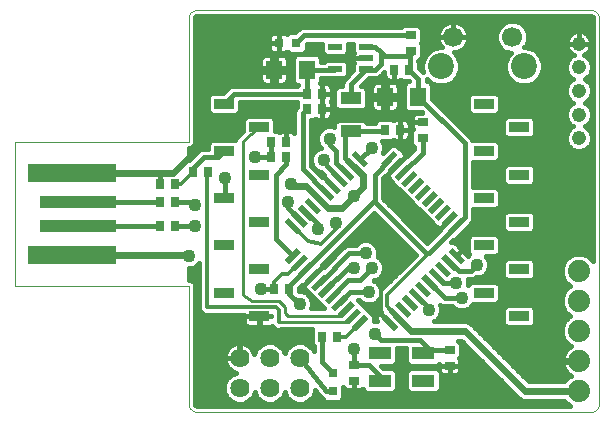
<source format=gtl>
G75*
G70*
%OFA0B0*%
%FSLAX24Y24*%
%IPPOS*%
%LPD*%
%AMOC8*
5,1,8,0,0,1.08239X$1,22.5*
%
%ADD10C,0.0000*%
%ADD11R,0.0276X0.0354*%
%ADD12R,0.0551X0.0630*%
%ADD13R,0.0354X0.0276*%
%ADD14R,0.0315X0.0315*%
%ADD15R,0.0591X0.0197*%
%ADD16R,0.0197X0.0591*%
%ADD17R,0.0748X0.0433*%
%ADD18R,0.0709X0.0394*%
%ADD19R,0.0472X0.0217*%
%ADD20R,0.2953X0.0591*%
%ADD21R,0.2559X0.0394*%
%ADD22R,0.0669X0.0335*%
%ADD23C,0.0640*%
%ADD24C,0.0740*%
%ADD25C,0.0476*%
%ADD26C,0.0866*%
%ADD27C,0.0669*%
%ADD28C,0.0240*%
%ADD29C,0.0160*%
%ADD30C,0.0436*%
%ADD31C,0.0120*%
%ADD32C,0.0100*%
D10*
X005900Y000483D02*
X005900Y004401D01*
X000100Y004401D01*
X000100Y009201D01*
X005900Y009201D01*
X005900Y013317D01*
X005902Y013348D01*
X005907Y013379D01*
X005916Y013409D01*
X005928Y013438D01*
X005943Y013466D01*
X005961Y013492D01*
X005982Y013515D01*
X006005Y013536D01*
X006031Y013554D01*
X006059Y013569D01*
X006088Y013581D01*
X006118Y013590D01*
X006149Y013595D01*
X006180Y013597D01*
X019311Y013597D01*
X019342Y013595D01*
X019373Y013589D01*
X019403Y013580D01*
X019432Y013567D01*
X019459Y013551D01*
X019483Y013532D01*
X019506Y013509D01*
X019525Y013485D01*
X019541Y013458D01*
X019554Y013429D01*
X019563Y013399D01*
X019569Y013368D01*
X019571Y013337D01*
X019570Y013337D02*
X019570Y000463D01*
X019571Y000463D02*
X019569Y000431D01*
X019563Y000400D01*
X019554Y000370D01*
X019541Y000341D01*
X019524Y000314D01*
X019505Y000289D01*
X019482Y000266D01*
X019457Y000247D01*
X019430Y000230D01*
X019401Y000217D01*
X019371Y000208D01*
X019340Y000202D01*
X019308Y000200D01*
X019308Y000201D02*
X006183Y000201D01*
X006183Y000200D02*
X006151Y000202D01*
X006120Y000207D01*
X006090Y000216D01*
X006060Y000228D01*
X006032Y000243D01*
X006007Y000262D01*
X005983Y000283D01*
X005962Y000307D01*
X005943Y000332D01*
X005928Y000360D01*
X005916Y000390D01*
X005907Y000420D01*
X005902Y000451D01*
X005900Y000483D01*
D11*
X010344Y002701D03*
X010856Y002701D03*
X009256Y004301D03*
X008744Y004301D03*
X005456Y006401D03*
X004944Y006401D03*
X004944Y007201D03*
X005456Y007201D03*
X005456Y007801D03*
X004944Y007801D03*
X006044Y008201D03*
X006556Y008201D03*
X008644Y008701D03*
X009156Y008701D03*
X009156Y009201D03*
X008644Y009201D03*
X009844Y010301D03*
X010356Y010301D03*
X010356Y010801D03*
X009844Y010801D03*
X012444Y009601D03*
X012956Y009601D03*
X012744Y011601D03*
X013256Y011601D03*
D12*
X013551Y010701D03*
X012449Y010701D03*
X009851Y011601D03*
X008749Y011601D03*
D13*
X013300Y012245D03*
X013300Y012757D03*
X013700Y009857D03*
X013700Y009345D03*
X014600Y002257D03*
X014600Y001745D03*
X011400Y001757D03*
X011400Y001245D03*
D14*
X010700Y001496D03*
X010700Y000905D03*
X009495Y012501D03*
X008905Y012501D03*
D15*
G36*
X011733Y008351D02*
X011316Y008766D01*
X011455Y008905D01*
X011872Y008490D01*
X011733Y008351D01*
G37*
G36*
X011511Y008128D02*
X011094Y008543D01*
X011233Y008682D01*
X011650Y008267D01*
X011511Y008128D01*
G37*
G36*
X011288Y007905D02*
X010871Y008320D01*
X011010Y008459D01*
X011427Y008044D01*
X011288Y007905D01*
G37*
G36*
X011066Y007682D02*
X010649Y008097D01*
X010788Y008236D01*
X011205Y007821D01*
X011066Y007682D01*
G37*
G36*
X010844Y007459D02*
X010427Y007874D01*
X010566Y008013D01*
X010983Y007598D01*
X010844Y007459D01*
G37*
G36*
X010622Y007235D02*
X010205Y007650D01*
X010344Y007789D01*
X010761Y007374D01*
X010622Y007235D01*
G37*
G36*
X010399Y007012D02*
X009982Y007427D01*
X010121Y007566D01*
X010538Y007151D01*
X010399Y007012D01*
G37*
G36*
X010177Y006789D02*
X009760Y007204D01*
X009899Y007343D01*
X010316Y006928D01*
X010177Y006789D01*
G37*
G36*
X009955Y006566D02*
X009538Y006981D01*
X009677Y007120D01*
X010094Y006705D01*
X009955Y006566D01*
G37*
G36*
X009732Y006343D02*
X009315Y006758D01*
X009454Y006897D01*
X009871Y006482D01*
X009732Y006343D01*
G37*
G36*
X009510Y006120D02*
X009093Y006535D01*
X009232Y006674D01*
X009649Y006259D01*
X009510Y006120D01*
G37*
G36*
X013190Y003342D02*
X012773Y003757D01*
X012912Y003896D01*
X013329Y003481D01*
X013190Y003342D01*
G37*
G36*
X012967Y003119D02*
X012550Y003534D01*
X012689Y003673D01*
X013106Y003258D01*
X012967Y003119D01*
G37*
G36*
X012745Y002896D02*
X012328Y003311D01*
X012467Y003450D01*
X012884Y003035D01*
X012745Y002896D01*
G37*
G36*
X013412Y003566D02*
X012995Y003981D01*
X013134Y004120D01*
X013551Y003705D01*
X013412Y003566D01*
G37*
G36*
X013634Y003789D02*
X013217Y004204D01*
X013356Y004343D01*
X013773Y003928D01*
X013634Y003789D01*
G37*
G36*
X013856Y004012D02*
X013439Y004427D01*
X013578Y004566D01*
X013995Y004151D01*
X013856Y004012D01*
G37*
G36*
X014079Y004235D02*
X013662Y004650D01*
X013801Y004789D01*
X014218Y004374D01*
X014079Y004235D01*
G37*
G36*
X014301Y004458D02*
X013884Y004873D01*
X014023Y005012D01*
X014440Y004597D01*
X014301Y004458D01*
G37*
G36*
X014523Y004681D02*
X014106Y005096D01*
X014245Y005235D01*
X014662Y004820D01*
X014523Y004681D01*
G37*
G36*
X014746Y004904D02*
X014329Y005319D01*
X014468Y005458D01*
X014885Y005043D01*
X014746Y004904D01*
G37*
G36*
X014968Y005127D02*
X014551Y005542D01*
X014690Y005681D01*
X015107Y005266D01*
X014968Y005127D01*
G37*
D16*
G36*
X014689Y006128D02*
X014550Y006267D01*
X014965Y006684D01*
X015104Y006545D01*
X014689Y006128D01*
G37*
G36*
X014466Y006351D02*
X014327Y006490D01*
X014742Y006907D01*
X014881Y006768D01*
X014466Y006351D01*
G37*
G36*
X014243Y006573D02*
X014104Y006712D01*
X014519Y007129D01*
X014658Y006990D01*
X014243Y006573D01*
G37*
G36*
X014020Y006795D02*
X013881Y006934D01*
X014296Y007351D01*
X014435Y007212D01*
X014020Y006795D01*
G37*
G36*
X013797Y007018D02*
X013658Y007157D01*
X014073Y007574D01*
X014212Y007435D01*
X013797Y007018D01*
G37*
G36*
X013574Y007240D02*
X013435Y007379D01*
X013850Y007796D01*
X013989Y007657D01*
X013574Y007240D01*
G37*
G36*
X013351Y007462D02*
X013212Y007601D01*
X013627Y008018D01*
X013766Y007879D01*
X013351Y007462D01*
G37*
G36*
X013128Y007685D02*
X012989Y007824D01*
X013404Y008241D01*
X013543Y008102D01*
X013128Y007685D01*
G37*
G36*
X012905Y007907D02*
X012766Y008046D01*
X013181Y008463D01*
X013320Y008324D01*
X012905Y007907D01*
G37*
G36*
X012681Y008129D02*
X012542Y008268D01*
X012957Y008685D01*
X013096Y008546D01*
X012681Y008129D01*
G37*
G36*
X012458Y008352D02*
X012319Y008491D01*
X012734Y008908D01*
X012873Y008769D01*
X012458Y008352D01*
G37*
G36*
X009235Y005117D02*
X009096Y005256D01*
X009511Y005673D01*
X009650Y005534D01*
X009235Y005117D01*
G37*
G36*
X009458Y004894D02*
X009319Y005033D01*
X009734Y005450D01*
X009873Y005311D01*
X009458Y004894D01*
G37*
G36*
X009681Y004672D02*
X009542Y004811D01*
X009957Y005228D01*
X010096Y005089D01*
X009681Y004672D01*
G37*
G36*
X009904Y004450D02*
X009765Y004589D01*
X010180Y005006D01*
X010319Y004867D01*
X009904Y004450D01*
G37*
G36*
X010127Y004227D02*
X009988Y004366D01*
X010403Y004783D01*
X010542Y004644D01*
X010127Y004227D01*
G37*
G36*
X010350Y004005D02*
X010211Y004144D01*
X010626Y004561D01*
X010765Y004422D01*
X010350Y004005D01*
G37*
G36*
X010573Y003783D02*
X010434Y003922D01*
X010849Y004339D01*
X010988Y004200D01*
X010573Y003783D01*
G37*
G36*
X010796Y003561D02*
X010657Y003700D01*
X011072Y004117D01*
X011211Y003978D01*
X010796Y003561D01*
G37*
G36*
X011019Y003338D02*
X010880Y003477D01*
X011295Y003894D01*
X011434Y003755D01*
X011019Y003338D01*
G37*
G36*
X011243Y003116D02*
X011104Y003255D01*
X011519Y003672D01*
X011658Y003533D01*
X011243Y003116D01*
G37*
G36*
X011466Y002894D02*
X011327Y003033D01*
X011742Y003450D01*
X011881Y003311D01*
X011466Y002894D01*
G37*
D17*
X012272Y002153D03*
X012272Y001248D03*
X013728Y001248D03*
X013728Y002153D03*
D18*
X011300Y009549D03*
X011300Y010652D03*
D19*
X010788Y011627D03*
X010788Y012375D03*
X011812Y012375D03*
X011812Y012001D03*
X011812Y011627D03*
D20*
X002021Y008179D03*
X002021Y005423D03*
D21*
X002218Y006407D03*
X002218Y007194D03*
D22*
X007079Y007325D03*
X008260Y006538D03*
X007079Y005750D03*
X008260Y004963D03*
X007079Y004175D03*
X008260Y003388D03*
X008260Y008112D03*
X007079Y008900D03*
X008260Y009687D03*
X007079Y010475D03*
X015740Y010475D03*
X016921Y009687D03*
X015740Y008900D03*
X016921Y008112D03*
X015740Y007325D03*
X016921Y006538D03*
X015740Y005750D03*
X016921Y004963D03*
X015740Y004175D03*
X016921Y003388D03*
D23*
X009600Y002001D03*
X008600Y002001D03*
X007600Y002001D03*
X007600Y001001D03*
X008600Y001001D03*
X009600Y001001D03*
D24*
X018900Y000901D03*
X018900Y001901D03*
X018900Y002901D03*
X018900Y003901D03*
X018900Y004901D03*
D25*
X018906Y009326D03*
X018906Y010113D03*
X018906Y010901D03*
X018906Y011688D03*
X018906Y012475D03*
D26*
X017078Y011716D03*
X014322Y011716D03*
D27*
X014716Y012701D03*
X016684Y012701D03*
D28*
X011700Y008101D02*
X011396Y008405D01*
X011372Y008405D01*
X011700Y008101D02*
X011700Y007701D01*
X011400Y007401D01*
X011000Y007001D01*
X010549Y007001D01*
X010260Y007289D01*
X009805Y007745D01*
X009356Y007745D01*
X009300Y007801D01*
X007100Y009901D02*
X005378Y008179D01*
X004800Y008179D01*
X002021Y008179D01*
X002021Y005423D02*
X005822Y005423D01*
X005900Y005401D01*
X012828Y003396D02*
X013324Y002901D01*
X015100Y002901D01*
X017100Y000901D01*
X018900Y000901D01*
D29*
X018442Y001249D02*
X017205Y001249D01*
X017233Y001221D02*
X015371Y003082D01*
X015281Y003172D01*
X015164Y003221D01*
X014075Y003221D01*
X014137Y003246D01*
X014254Y003364D01*
X014318Y003517D01*
X014318Y003684D01*
X014280Y003776D01*
X014292Y003763D01*
X014395Y003721D01*
X014689Y003721D01*
X014763Y003646D01*
X014917Y003583D01*
X015083Y003583D01*
X015237Y003646D01*
X015354Y003764D01*
X015373Y003808D01*
X016158Y003808D01*
X016275Y003925D01*
X016275Y004426D01*
X016158Y004543D01*
X015323Y004543D01*
X015218Y004438D01*
X015218Y004584D01*
X015203Y004621D01*
X015356Y004621D01*
X015459Y004663D01*
X015478Y004683D01*
X015583Y004683D01*
X015737Y004746D01*
X015854Y004864D01*
X015918Y005017D01*
X015918Y005184D01*
X015854Y005337D01*
X015809Y005383D01*
X016158Y005383D01*
X016275Y005500D01*
X016275Y006000D01*
X016158Y006118D01*
X015323Y006118D01*
X015206Y006000D01*
X015206Y005500D01*
X015257Y005449D01*
X015218Y005410D01*
X015026Y005602D01*
X014800Y005827D01*
X014759Y005850D01*
X014713Y005862D01*
X014665Y005862D01*
X014655Y005860D01*
X014723Y005928D01*
X014772Y005928D01*
X015306Y006464D01*
X015306Y006510D01*
X015337Y006542D01*
X015380Y006645D01*
X015380Y006958D01*
X016158Y006958D01*
X016275Y007075D01*
X016275Y007575D01*
X016158Y007692D01*
X015380Y007692D01*
X015380Y008533D01*
X016158Y008533D01*
X016275Y008650D01*
X016275Y009150D01*
X016158Y009267D01*
X015355Y009267D01*
X015337Y009310D01*
X015259Y009389D01*
X014027Y010621D01*
X014027Y011098D01*
X013910Y011216D01*
X013831Y011216D01*
X013831Y011312D01*
X013963Y011180D01*
X014196Y011083D01*
X014448Y011083D01*
X014681Y011180D01*
X014859Y011358D01*
X014955Y011590D01*
X014955Y011842D01*
X014859Y012075D01*
X014748Y012186D01*
X014756Y012186D01*
X014836Y012199D01*
X014913Y012224D01*
X014985Y012260D01*
X015051Y012308D01*
X015108Y012365D01*
X015156Y012431D01*
X015193Y012503D01*
X015218Y012580D01*
X015230Y012660D01*
X015230Y012701D01*
X015230Y012741D01*
X015218Y012821D01*
X015193Y012898D01*
X015156Y012970D01*
X015108Y013036D01*
X015051Y013093D01*
X014985Y013141D01*
X014913Y013178D01*
X014836Y013203D01*
X014756Y013215D01*
X014716Y013215D01*
X014716Y012701D01*
X014716Y012701D01*
X015230Y012701D01*
X014716Y012701D01*
X014716Y012701D01*
X014716Y013215D01*
X014675Y013215D01*
X014595Y013203D01*
X014518Y013178D01*
X014446Y013141D01*
X014380Y013093D01*
X014323Y013036D01*
X014276Y012970D01*
X014239Y012898D01*
X014214Y012821D01*
X014201Y012741D01*
X014201Y012701D01*
X014716Y012701D01*
X014716Y012701D01*
X014201Y012701D01*
X014201Y012660D01*
X014214Y012580D01*
X014239Y012503D01*
X014276Y012431D01*
X014323Y012365D01*
X014339Y012349D01*
X014196Y012349D01*
X013963Y012253D01*
X013785Y012075D01*
X013689Y011842D01*
X013689Y011590D01*
X013708Y011545D01*
X013594Y011659D01*
X013594Y011861D01*
X013557Y011897D01*
X013558Y011907D01*
X013560Y011907D01*
X013677Y012024D01*
X013677Y012465D01*
X013642Y012501D01*
X013677Y012536D01*
X013677Y012977D01*
X013560Y013094D01*
X013040Y013094D01*
X012982Y013037D01*
X009695Y013037D01*
X009593Y012994D01*
X009457Y012858D01*
X009255Y012858D01*
X009186Y012789D01*
X009173Y012802D01*
X009132Y012826D01*
X009086Y012838D01*
X008905Y012838D01*
X008905Y012501D01*
X008905Y012501D01*
X008905Y012838D01*
X008724Y012838D01*
X008678Y012826D01*
X008637Y012802D01*
X008603Y012769D01*
X008580Y012728D01*
X008567Y012682D01*
X008567Y012501D01*
X008905Y012501D01*
X008905Y012501D01*
X008905Y012163D01*
X009086Y012163D01*
X009132Y012175D01*
X009173Y012199D01*
X009186Y012212D01*
X009255Y012143D01*
X009736Y012143D01*
X009853Y012260D01*
X009853Y012462D01*
X009867Y012477D01*
X010352Y012477D01*
X010352Y012184D01*
X010469Y012066D01*
X011107Y012066D01*
X011224Y012184D01*
X011224Y012477D01*
X011376Y012477D01*
X011376Y012184D01*
X011402Y012157D01*
X011396Y012133D01*
X011396Y012001D01*
X011812Y012001D01*
X011812Y012001D01*
X011396Y012001D01*
X011396Y011869D01*
X011402Y011844D01*
X011376Y011818D01*
X011376Y011586D01*
X011063Y011273D01*
X011020Y011170D01*
X011020Y011049D01*
X010863Y011049D01*
X010746Y010932D01*
X010746Y010372D01*
X010863Y010255D01*
X011737Y010255D01*
X011854Y010372D01*
X011854Y010932D01*
X011737Y011049D01*
X011630Y011049D01*
X011900Y011318D01*
X012131Y011318D01*
X012133Y011321D01*
X012156Y011321D01*
X012259Y011363D01*
X012337Y011442D01*
X012426Y011531D01*
X012426Y011400D01*
X012439Y011354D01*
X012462Y011313D01*
X012496Y011279D01*
X012537Y011256D01*
X012583Y011243D01*
X012744Y011243D01*
X012744Y011601D01*
X012744Y011601D01*
X012744Y011243D01*
X012906Y011243D01*
X012951Y011256D01*
X012984Y011275D01*
X013035Y011223D01*
X013237Y011223D01*
X013245Y011216D01*
X013193Y011216D01*
X013076Y011098D01*
X013076Y010303D01*
X013193Y010186D01*
X013670Y010186D01*
X013682Y010174D01*
X013499Y010174D01*
X013453Y010162D01*
X013412Y010138D01*
X013379Y010105D01*
X013355Y010064D01*
X013343Y010018D01*
X013343Y009857D01*
X013700Y009857D01*
X013700Y009857D01*
X013343Y009857D01*
X013343Y009695D01*
X013355Y009649D01*
X013274Y009649D01*
X013274Y009601D02*
X013274Y009801D01*
X013261Y009847D01*
X013238Y009888D01*
X013204Y009922D01*
X013163Y009946D01*
X013117Y009958D01*
X012956Y009958D01*
X012956Y009601D01*
X012956Y009601D01*
X012956Y009958D01*
X012794Y009958D01*
X012749Y009946D01*
X012716Y009927D01*
X012665Y009978D01*
X012223Y009978D01*
X012106Y009861D01*
X012106Y009829D01*
X011854Y009829D01*
X011737Y009946D01*
X010863Y009946D01*
X010746Y009829D01*
X010746Y009693D01*
X010683Y009719D01*
X010517Y009719D01*
X010363Y009655D01*
X010246Y009537D01*
X010182Y009384D01*
X010182Y009217D01*
X010246Y009064D01*
X010298Y009011D01*
X010163Y008955D01*
X010046Y008837D01*
X009982Y008684D01*
X009982Y008517D01*
X010046Y008364D01*
X010163Y008246D01*
X010317Y008183D01*
X010322Y008183D01*
X010401Y008104D01*
X010368Y008071D01*
X010344Y008047D01*
X009980Y008411D01*
X009980Y009923D01*
X010065Y009923D01*
X010116Y009975D01*
X010149Y009956D01*
X010194Y009943D01*
X010356Y009943D01*
X010517Y009943D01*
X010563Y009956D01*
X010604Y009979D01*
X010638Y010013D01*
X010661Y010054D01*
X010674Y010100D01*
X010674Y010301D01*
X010674Y010501D01*
X010661Y010547D01*
X010659Y010551D01*
X010661Y010554D01*
X010674Y010600D01*
X010746Y010600D01*
X010674Y010600D02*
X010674Y010801D01*
X010674Y011001D01*
X010661Y011047D01*
X010638Y011088D01*
X010604Y011122D01*
X010563Y011146D01*
X010517Y011158D01*
X010356Y011158D01*
X010356Y010801D01*
X010356Y010801D01*
X010356Y011158D01*
X010282Y011158D01*
X010327Y011203D01*
X010327Y011321D01*
X010467Y011321D01*
X010469Y011318D01*
X011107Y011318D01*
X011224Y011436D01*
X011224Y011818D01*
X011107Y011935D01*
X010469Y011935D01*
X010415Y011881D01*
X010327Y011881D01*
X010327Y011998D01*
X010210Y012116D01*
X009493Y012116D01*
X009376Y011998D01*
X009376Y011203D01*
X009493Y011086D01*
X009531Y011086D01*
X009526Y011081D01*
X007349Y011081D01*
X007246Y011038D01*
X007050Y010842D01*
X006661Y010842D01*
X006544Y010725D01*
X006544Y010224D01*
X006661Y010107D01*
X007496Y010107D01*
X007613Y010224D01*
X007613Y010521D01*
X009506Y010521D01*
X009506Y010359D01*
X009463Y010315D01*
X009420Y010212D01*
X009420Y009506D01*
X009404Y009522D01*
X009363Y009546D01*
X009317Y009558D01*
X009156Y009558D01*
X009156Y009201D01*
X009156Y009201D01*
X009156Y009558D01*
X008994Y009558D01*
X008949Y009546D01*
X008916Y009527D01*
X008865Y009578D01*
X008794Y009578D01*
X008794Y009937D01*
X008677Y010055D01*
X007842Y010055D01*
X007725Y009937D01*
X007725Y009572D01*
X007570Y009444D01*
X007558Y009439D01*
X007532Y009413D01*
X007503Y009389D01*
X007497Y009378D01*
X007488Y009369D01*
X007474Y009334D01*
X007456Y009301D01*
X007455Y009289D01*
X007450Y009277D01*
X007450Y009267D01*
X006661Y009267D01*
X006544Y009150D01*
X006544Y008981D01*
X006344Y008981D01*
X006241Y008938D01*
X005900Y008597D01*
X005900Y009001D01*
X005983Y009001D01*
X006100Y009118D01*
X006100Y013317D01*
X006102Y013332D01*
X006113Y013361D01*
X006136Y013383D01*
X006164Y013395D01*
X006180Y013397D01*
X019311Y013397D01*
X019326Y013395D01*
X019353Y013379D01*
X019368Y013353D01*
X019370Y013337D01*
X019370Y005237D01*
X019223Y005384D01*
X019013Y005471D01*
X018787Y005471D01*
X018577Y005384D01*
X018417Y005224D01*
X018330Y005014D01*
X018330Y004787D01*
X018417Y004578D01*
X018577Y004417D01*
X018618Y004401D01*
X018577Y004384D01*
X018417Y004224D01*
X018330Y004014D01*
X018330Y003787D01*
X018417Y003578D01*
X018577Y003417D01*
X018618Y003401D01*
X018577Y003384D01*
X018417Y003224D01*
X018330Y003014D01*
X018330Y002787D01*
X018417Y002578D01*
X018577Y002417D01*
X018646Y002389D01*
X018612Y002371D01*
X018542Y002320D01*
X018480Y002259D01*
X018430Y002189D01*
X018390Y002112D01*
X018364Y002029D01*
X018350Y001944D01*
X018350Y001921D01*
X018880Y001921D01*
X018880Y001881D01*
X018350Y001881D01*
X018350Y001857D01*
X018364Y001772D01*
X018390Y001690D01*
X018430Y001612D01*
X018480Y001542D01*
X018542Y001481D01*
X018612Y001430D01*
X018646Y001413D01*
X018577Y001384D01*
X018417Y001224D01*
X018416Y001221D01*
X017233Y001221D01*
X017046Y001407D02*
X018633Y001407D01*
X018464Y001566D02*
X016888Y001566D01*
X016729Y001724D02*
X018379Y001724D01*
X018367Y002041D02*
X016412Y002041D01*
X016571Y001883D02*
X018880Y001883D01*
X018437Y002200D02*
X016254Y002200D01*
X016095Y002358D02*
X018594Y002358D01*
X018478Y002517D02*
X015937Y002517D01*
X015778Y002675D02*
X018376Y002675D01*
X018330Y002834D02*
X015620Y002834D01*
X015461Y002992D02*
X018330Y002992D01*
X018387Y003151D02*
X017456Y003151D01*
X017456Y003138D02*
X017456Y003638D01*
X017339Y003755D01*
X016504Y003755D01*
X016387Y003638D01*
X016387Y003138D01*
X016504Y003021D01*
X017339Y003021D01*
X017456Y003138D01*
X017456Y003309D02*
X018502Y003309D01*
X018527Y003468D02*
X017456Y003468D01*
X017456Y003626D02*
X018397Y003626D01*
X018331Y003785D02*
X015363Y003785D01*
X015189Y003626D02*
X016387Y003626D01*
X016387Y003468D02*
X014297Y003468D01*
X014318Y003626D02*
X014811Y003626D01*
X015000Y004001D02*
X014451Y004001D01*
X013940Y004512D01*
X014162Y004735D02*
X014396Y004501D01*
X014800Y004501D01*
X015218Y004577D02*
X018417Y004577D01*
X018576Y004419D02*
X016275Y004419D01*
X016275Y004260D02*
X018453Y004260D01*
X018366Y004102D02*
X016275Y004102D01*
X016275Y003943D02*
X018330Y003943D01*
X017456Y004713D02*
X017339Y004596D01*
X016504Y004596D01*
X016387Y004713D01*
X016387Y005213D01*
X016504Y005330D01*
X017339Y005330D01*
X017456Y005213D01*
X017456Y004713D01*
X017456Y004736D02*
X018351Y004736D01*
X018330Y004894D02*
X017456Y004894D01*
X017456Y005053D02*
X018346Y005053D01*
X018412Y005211D02*
X017456Y005211D01*
X018563Y005370D02*
X015822Y005370D01*
X015907Y005211D02*
X016387Y005211D01*
X016387Y005053D02*
X015918Y005053D01*
X015867Y004894D02*
X016387Y004894D01*
X016387Y004736D02*
X015711Y004736D01*
X015500Y005101D02*
X015300Y004901D01*
X014900Y004901D01*
X014619Y005181D01*
X014607Y005181D01*
X014829Y005404D02*
X014829Y005404D01*
X015026Y005602D01*
X014829Y005404D01*
X014953Y005528D02*
X014953Y005528D01*
X015099Y005528D02*
X015206Y005528D01*
X015206Y005687D02*
X014940Y005687D01*
X014768Y005845D02*
X015206Y005845D01*
X015209Y006004D02*
X014847Y006004D01*
X015005Y006162D02*
X019370Y006162D01*
X019370Y006004D02*
X016272Y006004D01*
X016275Y005845D02*
X019370Y005845D01*
X019370Y005687D02*
X016275Y005687D01*
X016275Y005528D02*
X019370Y005528D01*
X019370Y005370D02*
X019237Y005370D01*
X019370Y006321D02*
X017456Y006321D01*
X017456Y006287D02*
X017339Y006170D01*
X016504Y006170D01*
X016387Y006287D01*
X016387Y006788D01*
X016504Y006905D01*
X017339Y006905D01*
X017456Y006788D01*
X017456Y006287D01*
X017456Y006479D02*
X019370Y006479D01*
X019370Y006638D02*
X017456Y006638D01*
X017448Y006796D02*
X019370Y006796D01*
X019370Y006955D02*
X015380Y006955D01*
X015380Y006796D02*
X016395Y006796D01*
X016387Y006638D02*
X015377Y006638D01*
X015306Y006479D02*
X016387Y006479D01*
X016387Y006321D02*
X015163Y006321D01*
X014827Y006406D02*
X014827Y006428D01*
X015100Y006701D01*
X015100Y009152D01*
X013551Y010701D01*
X013551Y011305D01*
X013256Y011601D01*
X013300Y012245D01*
X013197Y012053D01*
X012447Y012053D01*
X012300Y012201D01*
X012300Y011801D01*
X012100Y011601D01*
X011838Y011601D01*
X011812Y011627D01*
X011300Y011115D01*
X011300Y010652D01*
X011854Y010600D02*
X011993Y010600D01*
X011993Y010643D02*
X011993Y010362D01*
X012005Y010316D01*
X012029Y010275D01*
X012063Y010242D01*
X012104Y010218D01*
X012150Y010206D01*
X012391Y010206D01*
X012391Y010643D01*
X011993Y010643D01*
X011993Y010758D02*
X011993Y011039D01*
X012005Y011085D01*
X012029Y011126D01*
X012063Y011160D01*
X012104Y011183D01*
X012150Y011196D01*
X012391Y011196D01*
X012391Y010758D01*
X012391Y010643D01*
X012507Y010643D01*
X012507Y010758D01*
X012904Y010758D01*
X012904Y011039D01*
X012892Y011085D01*
X012868Y011126D01*
X012835Y011160D01*
X012794Y011183D01*
X012748Y011196D01*
X012507Y011196D01*
X012507Y010758D01*
X012391Y010758D01*
X011993Y010758D01*
X011993Y010759D02*
X011854Y010759D01*
X011854Y010917D02*
X011993Y010917D01*
X012003Y011076D02*
X011657Y011076D01*
X011815Y011234D02*
X013025Y011234D01*
X013076Y011076D02*
X012895Y011076D01*
X012904Y010917D02*
X013076Y010917D01*
X013076Y010759D02*
X012904Y010759D01*
X012904Y010643D02*
X012507Y010643D01*
X012507Y010206D01*
X012748Y010206D01*
X012794Y010218D01*
X012835Y010242D01*
X012868Y010275D01*
X012892Y010316D01*
X012904Y010362D01*
X012904Y010643D01*
X012904Y010600D02*
X013076Y010600D01*
X013076Y010442D02*
X012904Y010442D01*
X012873Y010283D02*
X013095Y010283D01*
X013399Y010125D02*
X010674Y010125D01*
X010674Y010283D02*
X010835Y010283D01*
X010674Y010301D02*
X010356Y010301D01*
X010356Y010301D01*
X010356Y010443D01*
X010356Y010801D01*
X010674Y010801D01*
X010356Y010801D01*
X010356Y010801D01*
X010356Y010801D01*
X010356Y010301D01*
X010674Y010301D01*
X010674Y010442D02*
X010746Y010442D01*
X010356Y010442D02*
X010356Y010442D01*
X010356Y010301D02*
X010356Y010301D01*
X010356Y009943D01*
X010356Y010301D01*
X010356Y010301D01*
X010356Y010283D02*
X010356Y010283D01*
X010356Y010125D02*
X010356Y010125D01*
X010356Y009966D02*
X010356Y009966D01*
X010581Y009966D02*
X012212Y009966D01*
X012391Y010283D02*
X012507Y010283D01*
X012507Y010442D02*
X012391Y010442D01*
X012391Y010600D02*
X012507Y010600D01*
X012507Y010759D02*
X012391Y010759D01*
X012391Y010917D02*
X012507Y010917D01*
X012507Y011076D02*
X012391Y011076D01*
X012428Y011393D02*
X012288Y011393D01*
X012337Y011442D02*
X012337Y011442D01*
X012744Y011393D02*
X012744Y011393D01*
X012744Y011551D02*
X012744Y011551D01*
X013594Y011710D02*
X013689Y011710D01*
X013700Y011868D02*
X013586Y011868D01*
X013677Y012027D02*
X013765Y012027D01*
X013677Y012185D02*
X013896Y012185D01*
X013677Y012344D02*
X014182Y012344D01*
X014239Y012502D02*
X013643Y012502D01*
X013677Y012661D02*
X014201Y012661D01*
X014213Y012819D02*
X013677Y012819D01*
X013677Y012978D02*
X014281Y012978D01*
X014440Y013136D02*
X006100Y013136D01*
X006100Y012978D02*
X009576Y012978D01*
X009751Y012757D02*
X009495Y012501D01*
X009751Y012757D02*
X013300Y012757D01*
X012300Y012201D02*
X012126Y012375D01*
X011812Y012375D01*
X011376Y012344D02*
X011224Y012344D01*
X011224Y012185D02*
X011376Y012185D01*
X011396Y012027D02*
X010299Y012027D01*
X010352Y012185D02*
X009778Y012185D01*
X009853Y012344D02*
X010352Y012344D01*
X011174Y011868D02*
X011396Y011868D01*
X011376Y011710D02*
X011224Y011710D01*
X011224Y011551D02*
X011340Y011551D01*
X011182Y011393D02*
X011182Y011393D01*
X011046Y011234D02*
X010327Y011234D01*
X010356Y011076D02*
X010356Y011076D01*
X010356Y010917D02*
X010356Y010917D01*
X010356Y010759D02*
X010356Y010759D01*
X010674Y010759D02*
X010746Y010759D01*
X010746Y010917D02*
X010674Y010917D01*
X010645Y011076D02*
X011020Y011076D01*
X010762Y011601D02*
X009851Y011601D01*
X009844Y011594D01*
X009844Y010801D01*
X007405Y010801D01*
X007079Y010475D01*
X006544Y010442D02*
X006100Y010442D01*
X006100Y010600D02*
X006544Y010600D01*
X006578Y010759D02*
X006100Y010759D01*
X006100Y010917D02*
X007125Y010917D01*
X007337Y011076D02*
X006100Y011076D01*
X006100Y011234D02*
X008301Y011234D01*
X008305Y011216D02*
X008329Y011175D01*
X008363Y011142D01*
X008404Y011118D01*
X008450Y011106D01*
X008691Y011106D01*
X008691Y011543D01*
X008293Y011543D01*
X008293Y011262D01*
X008305Y011216D01*
X008293Y011393D02*
X006100Y011393D01*
X006100Y011551D02*
X008691Y011551D01*
X008691Y011543D02*
X008691Y011658D01*
X008293Y011658D01*
X008293Y011939D01*
X008305Y011985D01*
X008329Y012026D01*
X008363Y012060D01*
X008404Y012083D01*
X008450Y012096D01*
X008691Y012096D01*
X008691Y011658D01*
X008807Y011658D01*
X009204Y011658D01*
X009204Y011939D01*
X009192Y011985D01*
X009168Y012026D01*
X009135Y012060D01*
X009094Y012083D01*
X009048Y012096D01*
X008807Y012096D01*
X008807Y011658D01*
X008807Y011543D01*
X009204Y011543D01*
X009204Y011262D01*
X009192Y011216D01*
X009168Y011175D01*
X009135Y011142D01*
X009094Y011118D01*
X009048Y011106D01*
X008807Y011106D01*
X008807Y011543D01*
X008691Y011543D01*
X008807Y011551D02*
X009376Y011551D01*
X009376Y011393D02*
X009204Y011393D01*
X009197Y011234D02*
X009376Y011234D01*
X009376Y011710D02*
X009204Y011710D01*
X009204Y011868D02*
X009376Y011868D01*
X009404Y012027D02*
X009168Y012027D01*
X009149Y012185D02*
X009213Y012185D01*
X008905Y012185D02*
X008905Y012185D01*
X008905Y012163D02*
X008905Y012501D01*
X008905Y012501D01*
X008567Y012501D01*
X008567Y012319D01*
X008580Y012274D01*
X008603Y012233D01*
X008637Y012199D01*
X008678Y012175D01*
X008724Y012163D01*
X008905Y012163D01*
X008807Y012027D02*
X008691Y012027D01*
X008691Y011868D02*
X008807Y011868D01*
X008807Y011710D02*
X008691Y011710D01*
X008691Y011393D02*
X008807Y011393D01*
X008807Y011234D02*
X008691Y011234D01*
X008293Y011710D02*
X006100Y011710D01*
X006100Y011868D02*
X008293Y011868D01*
X008330Y012027D02*
X006100Y012027D01*
X006100Y012185D02*
X008661Y012185D01*
X008567Y012344D02*
X006100Y012344D01*
X006100Y012502D02*
X008567Y012502D01*
X008567Y012661D02*
X006100Y012661D01*
X006100Y012819D02*
X008666Y012819D01*
X008905Y012819D02*
X008905Y012819D01*
X008905Y012661D02*
X008905Y012661D01*
X008905Y012502D02*
X008905Y012502D01*
X008905Y012344D02*
X008905Y012344D01*
X009143Y012819D02*
X009216Y012819D01*
X010762Y011601D02*
X010788Y011627D01*
X010356Y010600D02*
X010356Y010600D01*
X009844Y010301D02*
X009700Y010157D01*
X009700Y008295D01*
X010483Y007512D01*
X010705Y007736D02*
X010368Y008071D01*
X010705Y007736D01*
X010705Y007736D01*
X010693Y007747D02*
X010693Y007747D01*
X010534Y007906D02*
X010534Y007906D01*
X010375Y008064D02*
X010375Y008064D01*
X010361Y008064D02*
X010327Y008064D01*
X010220Y008223D02*
X010168Y008223D01*
X010038Y008381D02*
X010010Y008381D01*
X009980Y008540D02*
X009982Y008540D01*
X009980Y008698D02*
X009988Y008698D01*
X009980Y008857D02*
X010065Y008857D01*
X009980Y009015D02*
X010294Y009015D01*
X010200Y009174D02*
X009980Y009174D01*
X009980Y009332D02*
X010182Y009332D01*
X010226Y009491D02*
X009980Y009491D01*
X009980Y009649D02*
X010357Y009649D01*
X010131Y009966D02*
X010107Y009966D01*
X009980Y009808D02*
X010746Y009808D01*
X011100Y009501D02*
X011149Y009549D01*
X011300Y009549D01*
X012393Y009549D01*
X012444Y009601D01*
X012360Y009223D02*
X012665Y009223D01*
X012716Y009275D01*
X012749Y009256D01*
X012794Y009243D01*
X012956Y009243D01*
X013117Y009243D01*
X013163Y009256D01*
X013204Y009279D01*
X013238Y009313D01*
X013261Y009354D01*
X013274Y009400D01*
X013274Y009601D01*
X012956Y009601D01*
X012956Y009601D01*
X013274Y009601D01*
X013323Y009565D02*
X013323Y009124D01*
X013421Y009026D01*
X013422Y008960D01*
X013180Y008719D01*
X013155Y008744D01*
X012819Y008407D01*
X012484Y008071D01*
X012819Y008407D01*
X012819Y008407D01*
X013155Y008744D01*
X013074Y008824D01*
X013074Y008853D01*
X012818Y009108D01*
X012652Y009108D01*
X012387Y008842D01*
X012418Y008917D01*
X012418Y009084D01*
X012360Y009223D01*
X012381Y009174D02*
X013323Y009174D01*
X013421Y009015D02*
X012911Y009015D01*
X013070Y008857D02*
X013318Y008857D01*
X013109Y008698D02*
X013109Y008698D01*
X012951Y008540D02*
X012951Y008540D01*
X012819Y008407D02*
X012819Y008407D01*
X012793Y008381D02*
X012793Y008381D01*
X012635Y008223D02*
X012635Y008223D01*
X012475Y008080D02*
X012484Y008071D01*
X012564Y007990D01*
X012565Y007962D01*
X012788Y007740D01*
X012788Y007740D01*
X013011Y007518D01*
X013011Y007518D01*
X013234Y007295D01*
X013457Y007073D01*
X013457Y007073D01*
X013680Y006851D01*
X013680Y006851D01*
X013903Y006628D01*
X014160Y006372D01*
X014188Y006372D01*
X014269Y006292D01*
X014282Y006279D01*
X013850Y005847D01*
X012380Y007317D01*
X012380Y007985D01*
X012475Y008080D01*
X012460Y008064D02*
X012491Y008064D01*
X012380Y007906D02*
X012621Y007906D01*
X012780Y007747D02*
X012380Y007747D01*
X012380Y007589D02*
X012939Y007589D01*
X013098Y007430D02*
X012380Y007430D01*
X012425Y007272D02*
X013257Y007272D01*
X013234Y007295D02*
X013234Y007295D01*
X013417Y007113D02*
X012583Y007113D01*
X012742Y006955D02*
X013576Y006955D01*
X013735Y006796D02*
X012900Y006796D01*
X013059Y006638D02*
X013894Y006638D01*
X013903Y006628D02*
X013903Y006628D01*
X014053Y006479D02*
X013217Y006479D01*
X013376Y006321D02*
X014240Y006321D01*
X014269Y006292D02*
X014604Y006629D01*
X014604Y006629D01*
X014269Y006292D01*
X014297Y006321D02*
X014297Y006321D01*
X014455Y006479D02*
X014455Y006479D01*
X014806Y006406D02*
X014827Y006406D01*
X014806Y006406D02*
X013900Y005501D01*
X013800Y005501D01*
X012100Y007201D01*
X012085Y007216D01*
X012100Y007231D01*
X012100Y008101D01*
X012596Y008597D01*
X012596Y008630D01*
X012401Y008857D02*
X012393Y008857D01*
X012418Y009015D02*
X012559Y009015D01*
X012956Y009243D02*
X012956Y009601D01*
X012956Y009243D01*
X012956Y009332D02*
X012956Y009332D01*
X012956Y009491D02*
X012956Y009491D01*
X012956Y009601D02*
X012956Y009601D01*
X012956Y009649D02*
X012956Y009649D01*
X012956Y009808D02*
X012956Y009808D01*
X012676Y009966D02*
X013343Y009966D01*
X013343Y009808D02*
X013272Y009808D01*
X013355Y009649D02*
X013374Y009617D01*
X013323Y009565D01*
X013323Y009491D02*
X013274Y009491D01*
X013249Y009332D02*
X013323Y009332D01*
X013700Y009345D02*
X013702Y008845D01*
X013043Y008185D01*
X012000Y009001D02*
X011627Y008628D01*
X011594Y008628D01*
X011372Y008405D02*
X011100Y008677D01*
X011100Y009501D01*
X010600Y009301D02*
X010600Y009101D01*
X010800Y008901D01*
X010800Y008501D01*
X011119Y008182D01*
X011149Y008182D01*
X010927Y007973D02*
X010500Y008401D01*
X010400Y008601D01*
X010927Y007973D02*
X010927Y007959D01*
X012085Y007216D02*
X009819Y004950D01*
X009256Y004387D01*
X009256Y004301D01*
X009256Y004145D01*
X009600Y003801D01*
X009890Y004102D02*
X009969Y004102D01*
X010010Y004060D02*
X010010Y004060D01*
X010233Y003838D01*
X010421Y003651D01*
X009990Y003651D01*
X010018Y003717D01*
X010018Y003884D01*
X009954Y004037D01*
X009837Y004155D01*
X009683Y004219D01*
X009594Y004219D01*
X009594Y004329D01*
X009681Y004416D01*
X009706Y004391D01*
X010042Y004728D01*
X010377Y005064D01*
X010403Y005039D01*
X011023Y005659D01*
X011023Y005659D01*
X011102Y005738D01*
X011205Y005781D01*
X011489Y005781D01*
X011563Y005855D01*
X011717Y005919D01*
X011883Y005919D01*
X012037Y005855D01*
X012154Y005737D01*
X012218Y005584D01*
X012218Y005417D01*
X012199Y005371D01*
X012237Y005355D01*
X012354Y005237D01*
X012418Y005084D01*
X012418Y004917D01*
X012354Y004764D01*
X012237Y004646D01*
X012083Y004583D01*
X012071Y004583D01*
X012137Y004555D01*
X012254Y004437D01*
X012317Y004286D01*
X013468Y005436D01*
X012085Y006820D01*
X010353Y005089D01*
X010377Y005064D01*
X010042Y004728D01*
X010042Y004728D01*
X010042Y004728D01*
X009706Y004391D01*
X009787Y004311D01*
X009787Y004283D01*
X010010Y004060D01*
X009994Y003943D02*
X010128Y003943D01*
X010233Y003838D02*
X010233Y003838D01*
X010287Y003785D02*
X010018Y003785D01*
X009810Y004260D02*
X009594Y004260D01*
X009734Y004419D02*
X009734Y004419D01*
X009892Y004577D02*
X009892Y004577D01*
X010265Y004505D02*
X011260Y005501D01*
X011800Y005501D01*
X012176Y005687D02*
X013218Y005687D01*
X013059Y005845D02*
X012047Y005845D01*
X012218Y005528D02*
X013376Y005528D01*
X013401Y005370D02*
X012202Y005370D01*
X012365Y005211D02*
X013243Y005211D01*
X013084Y005053D02*
X012418Y005053D01*
X012408Y004894D02*
X012926Y004894D01*
X012767Y004736D02*
X012326Y004736D01*
X012084Y004577D02*
X012609Y004577D01*
X012450Y004419D02*
X012262Y004419D01*
X011900Y004201D02*
X011296Y004201D01*
X010934Y003839D01*
X010938Y003839D01*
X010711Y004061D02*
X010711Y004112D01*
X011200Y004601D01*
X011600Y004601D01*
X012000Y005001D01*
X011400Y005001D02*
X011200Y005001D01*
X010488Y004289D01*
X010488Y004283D01*
X010050Y004736D02*
X010050Y004736D01*
X010208Y004894D02*
X010208Y004894D01*
X010366Y005053D02*
X010366Y005053D01*
X010389Y005053D02*
X010416Y005053D01*
X010476Y005211D02*
X010575Y005211D01*
X010634Y005370D02*
X010733Y005370D01*
X010793Y005528D02*
X010892Y005528D01*
X010951Y005687D02*
X011050Y005687D01*
X011110Y005845D02*
X011553Y005845D01*
X011268Y006004D02*
X012901Y006004D01*
X012742Y006162D02*
X011427Y006162D01*
X011585Y006321D02*
X012584Y006321D01*
X012425Y006479D02*
X011744Y006479D01*
X011902Y006638D02*
X012267Y006638D01*
X012108Y006796D02*
X012061Y006796D01*
X012100Y007201D02*
X012100Y007201D01*
X013534Y006162D02*
X014166Y006162D01*
X014007Y006004D02*
X013693Y006004D01*
X013495Y004066D02*
X013900Y003661D01*
X013900Y003601D01*
X014200Y003309D02*
X016387Y003309D01*
X016387Y003151D02*
X015303Y003151D01*
X014967Y002581D02*
X016919Y000629D01*
X017036Y000581D01*
X018416Y000581D01*
X018417Y000578D01*
X018577Y000417D01*
X018618Y000401D01*
X006183Y000401D01*
X006167Y000402D01*
X006137Y000415D01*
X006114Y000437D01*
X006102Y000467D01*
X006100Y000483D01*
X006100Y004483D01*
X005983Y004601D01*
X005900Y004601D01*
X005900Y004983D01*
X005983Y004983D01*
X006137Y005046D01*
X006240Y005149D01*
X006240Y003649D01*
X006280Y003553D01*
X006353Y003480D01*
X006448Y003441D01*
X007745Y003441D01*
X007745Y003392D01*
X008256Y003392D01*
X008256Y003441D01*
X008264Y003441D01*
X008264Y003392D01*
X008640Y003392D01*
X008640Y003384D01*
X008264Y003384D01*
X008264Y003392D01*
X008256Y003392D01*
X008256Y003384D01*
X008264Y003384D01*
X008264Y003041D01*
X008618Y003041D01*
X008664Y003053D01*
X008677Y003060D01*
X008680Y003053D01*
X008753Y002980D01*
X008848Y002941D01*
X008952Y002941D01*
X008976Y002951D01*
X010006Y002951D01*
X010006Y002441D01*
X010064Y002383D01*
X010064Y002239D01*
X010041Y002295D01*
X009895Y002441D01*
X009703Y002521D01*
X009497Y002521D01*
X009305Y002441D01*
X009159Y002295D01*
X009100Y002152D01*
X009041Y002295D01*
X008895Y002441D01*
X008703Y002521D01*
X008497Y002521D01*
X008305Y002441D01*
X008159Y002295D01*
X008087Y002120D01*
X008063Y002193D01*
X008028Y002263D01*
X007981Y002326D01*
X007926Y002382D01*
X007862Y002428D01*
X007792Y002464D01*
X007717Y002488D01*
X007639Y002501D01*
X007609Y002501D01*
X007609Y002009D01*
X007591Y002009D01*
X007591Y001992D01*
X007100Y001992D01*
X007100Y001961D01*
X007112Y001884D01*
X007137Y001809D01*
X007172Y001739D01*
X007219Y001675D01*
X007274Y001619D01*
X007338Y001573D01*
X007408Y001537D01*
X007480Y001514D01*
X007305Y001441D01*
X007159Y001295D01*
X007080Y001104D01*
X007080Y000897D01*
X007159Y000706D01*
X007305Y000560D01*
X007497Y000481D01*
X007703Y000481D01*
X007895Y000560D01*
X008041Y000706D01*
X008100Y000849D01*
X008159Y000706D01*
X008305Y000560D01*
X008497Y000481D01*
X008703Y000481D01*
X008895Y000560D01*
X009041Y000706D01*
X009100Y000849D01*
X009159Y000706D01*
X009305Y000560D01*
X009497Y000481D01*
X009703Y000481D01*
X009895Y000560D01*
X010041Y000706D01*
X010120Y000897D01*
X010120Y000922D01*
X010252Y000760D01*
X010258Y000747D01*
X010287Y000717D01*
X010314Y000685D01*
X010326Y000678D01*
X010337Y000668D01*
X010343Y000666D01*
X010343Y000665D01*
X010460Y000548D01*
X010940Y000548D01*
X011057Y000665D01*
X011057Y001033D01*
X011079Y000996D01*
X011112Y000963D01*
X011153Y000939D01*
X011199Y000927D01*
X011400Y000927D01*
X011601Y000927D01*
X011647Y000939D01*
X011688Y000963D01*
X011698Y000973D01*
X011698Y000948D01*
X011815Y000831D01*
X012729Y000831D01*
X012846Y000948D01*
X012846Y001547D01*
X012729Y001664D01*
X012388Y001664D01*
X012316Y001737D01*
X012729Y001737D01*
X012846Y001854D01*
X012846Y002321D01*
X013154Y002321D01*
X013154Y001854D01*
X013271Y001737D01*
X014185Y001737D01*
X014243Y001794D01*
X014243Y001745D01*
X014600Y001745D01*
X014957Y001745D01*
X014957Y001906D01*
X014945Y001952D01*
X014926Y001985D01*
X014977Y002036D01*
X014977Y002477D01*
X014874Y002581D01*
X014967Y002581D01*
X014938Y002517D02*
X015031Y002517D01*
X014977Y002358D02*
X015190Y002358D01*
X015348Y002200D02*
X014977Y002200D01*
X014977Y002041D02*
X015507Y002041D01*
X015665Y001883D02*
X014957Y001883D01*
X014957Y001745D02*
X014600Y001745D01*
X014600Y001745D01*
X014600Y001745D01*
X014243Y001745D01*
X014243Y001607D01*
X014185Y001664D01*
X013271Y001664D01*
X013154Y001547D01*
X013154Y000948D01*
X013271Y000831D01*
X014185Y000831D01*
X014302Y000948D01*
X014302Y001473D01*
X014312Y001463D01*
X014353Y001439D01*
X014399Y001427D01*
X014600Y001427D01*
X014801Y001427D01*
X014847Y001439D01*
X014888Y001463D01*
X014921Y001496D01*
X014945Y001537D01*
X014957Y001583D01*
X014957Y001745D01*
X014957Y001724D02*
X015824Y001724D01*
X015982Y001566D02*
X014952Y001566D01*
X014600Y001566D02*
X014600Y001566D01*
X014600Y001427D02*
X014600Y001745D01*
X014600Y001745D01*
X014600Y001427D01*
X014302Y001407D02*
X016141Y001407D01*
X016299Y001249D02*
X014302Y001249D01*
X014302Y001090D02*
X016458Y001090D01*
X016616Y000932D02*
X014286Y000932D01*
X014243Y001724D02*
X012328Y001724D01*
X012272Y001385D02*
X011900Y001757D01*
X011400Y001757D01*
X011400Y002301D01*
X012100Y002801D02*
X012300Y002601D01*
X013600Y002601D01*
X013831Y002369D01*
X013831Y002257D01*
X013728Y002153D01*
X013831Y002257D02*
X014600Y002257D01*
X014600Y001724D02*
X014600Y001724D01*
X013173Y001566D02*
X012827Y001566D01*
X012846Y001407D02*
X013154Y001407D01*
X013154Y001249D02*
X012846Y001249D01*
X012846Y001090D02*
X013154Y001090D01*
X013171Y000932D02*
X012829Y000932D01*
X012272Y001248D02*
X012272Y001385D01*
X011714Y000932D02*
X011618Y000932D01*
X011400Y000932D02*
X011400Y000932D01*
X011400Y000927D02*
X011400Y001245D01*
X011400Y001245D01*
X011400Y000927D01*
X011400Y001090D02*
X011400Y001090D01*
X011182Y000932D02*
X011057Y000932D01*
X011057Y000773D02*
X016775Y000773D01*
X016954Y000615D02*
X011007Y000615D01*
X010700Y000905D02*
X010495Y000905D01*
X009600Y002001D01*
X009120Y002200D02*
X009080Y002200D01*
X008978Y002358D02*
X009222Y002358D01*
X009487Y002517D02*
X008713Y002517D01*
X008487Y002517D02*
X006100Y002517D01*
X006100Y002675D02*
X010006Y002675D01*
X010006Y002517D02*
X009713Y002517D01*
X009978Y002358D02*
X010064Y002358D01*
X010344Y002701D02*
X010344Y001852D01*
X010700Y001496D01*
X010242Y000773D02*
X010069Y000773D01*
X009949Y000615D02*
X010393Y000615D01*
X009251Y000615D02*
X008949Y000615D01*
X009069Y000773D02*
X009131Y000773D01*
X008251Y000615D02*
X007949Y000615D01*
X008069Y000773D02*
X008131Y000773D01*
X007251Y000615D02*
X006100Y000615D01*
X006100Y000773D02*
X007131Y000773D01*
X007080Y000932D02*
X006100Y000932D01*
X006100Y001090D02*
X007080Y001090D01*
X007140Y001249D02*
X006100Y001249D01*
X006100Y001407D02*
X007271Y001407D01*
X007352Y001566D02*
X006100Y001566D01*
X006100Y001724D02*
X007183Y001724D01*
X007113Y001883D02*
X006100Y001883D01*
X006100Y002041D02*
X007100Y002041D01*
X007100Y002040D02*
X007100Y002009D01*
X007591Y002009D01*
X007591Y002501D01*
X007561Y002501D01*
X007483Y002488D01*
X007408Y002464D01*
X007338Y002428D01*
X007274Y002382D01*
X007219Y002326D01*
X007172Y002263D01*
X007137Y002193D01*
X007112Y002118D01*
X007100Y002040D01*
X007140Y002200D02*
X006100Y002200D01*
X006100Y002358D02*
X007250Y002358D01*
X007591Y002358D02*
X007609Y002358D01*
X007609Y002200D02*
X007591Y002200D01*
X007591Y002041D02*
X007609Y002041D01*
X007950Y002358D02*
X008222Y002358D01*
X008120Y002200D02*
X008060Y002200D01*
X008741Y002992D02*
X006100Y002992D01*
X006100Y002834D02*
X010006Y002834D01*
X011554Y003921D02*
X011589Y003921D01*
X011663Y003846D01*
X011817Y003783D01*
X011983Y003783D01*
X012137Y003846D01*
X012240Y003949D01*
X012240Y003673D01*
X012280Y003577D01*
X012309Y003548D01*
X012269Y003509D01*
X012183Y003422D01*
X012159Y003381D01*
X012147Y003335D01*
X012147Y003288D01*
X012160Y003242D01*
X012173Y003219D01*
X012072Y003219D01*
X012082Y003229D01*
X012082Y003394D01*
X011859Y003617D01*
X011635Y003839D01*
X011554Y003921D01*
X011635Y003839D02*
X011635Y003839D01*
X011690Y003785D02*
X011812Y003785D01*
X011849Y003626D02*
X012259Y003626D01*
X012269Y003509D02*
X012552Y003227D01*
X012552Y003227D01*
X012269Y003509D01*
X012228Y003468D02*
X012008Y003468D01*
X012082Y003309D02*
X012147Y003309D01*
X012310Y003468D02*
X012310Y003468D01*
X012470Y003309D02*
X012470Y003309D01*
X012240Y003785D02*
X011988Y003785D01*
X011859Y003617D02*
X011859Y003617D01*
X012234Y003943D02*
X012240Y003943D01*
X012846Y002200D02*
X013154Y002200D01*
X013154Y002041D02*
X012846Y002041D01*
X012846Y001883D02*
X013154Y001883D01*
X008744Y004301D02*
X008300Y004301D01*
X008744Y004321D02*
X008744Y004301D01*
X008256Y003384D02*
X007745Y003384D01*
X007745Y003197D01*
X007757Y003151D01*
X007781Y003110D01*
X007815Y003077D01*
X007856Y003053D01*
X007901Y003041D01*
X008256Y003041D01*
X008256Y003384D01*
X008256Y003309D02*
X008264Y003309D01*
X008256Y003151D02*
X008264Y003151D01*
X007758Y003151D02*
X006100Y003151D01*
X006100Y003309D02*
X007745Y003309D01*
X006383Y003468D02*
X006100Y003468D01*
X006100Y003626D02*
X006249Y003626D01*
X006240Y003785D02*
X006100Y003785D01*
X006100Y003943D02*
X006240Y003943D01*
X006240Y004102D02*
X006100Y004102D01*
X006100Y004260D02*
X006240Y004260D01*
X006240Y004419D02*
X006100Y004419D01*
X006006Y004577D02*
X006240Y004577D01*
X006240Y004736D02*
X005900Y004736D01*
X005900Y004894D02*
X006240Y004894D01*
X006240Y005053D02*
X006143Y005053D01*
X006100Y006401D02*
X005456Y006401D01*
X004944Y006401D02*
X002224Y006401D01*
X002224Y007201D02*
X004944Y007201D01*
X005456Y007201D02*
X005900Y007201D01*
X006100Y007101D01*
X007079Y007325D02*
X007100Y007346D01*
X007100Y008001D01*
X006880Y008701D02*
X006400Y008701D01*
X006044Y008345D01*
X006044Y008201D01*
X006002Y008698D02*
X005900Y008698D01*
X005900Y008857D02*
X006160Y008857D01*
X005997Y009015D02*
X006544Y009015D01*
X006568Y009174D02*
X006100Y009174D01*
X006100Y009332D02*
X007473Y009332D01*
X007627Y009491D02*
X006100Y009491D01*
X006100Y009649D02*
X007725Y009649D01*
X007725Y009808D02*
X006100Y009808D01*
X006100Y009966D02*
X007754Y009966D01*
X007514Y010125D02*
X009420Y010125D01*
X009420Y009966D02*
X008766Y009966D01*
X008794Y009808D02*
X009420Y009808D01*
X009420Y009649D02*
X008794Y009649D01*
X009156Y009491D02*
X009156Y009491D01*
X009156Y009332D02*
X009156Y009332D01*
X008644Y009201D02*
X008644Y008701D01*
X008100Y008701D01*
X008800Y008101D02*
X009156Y008457D01*
X009156Y008701D01*
X008800Y008101D02*
X008800Y005967D01*
X009373Y005395D01*
X010200Y006301D02*
X010200Y006459D01*
X009816Y006843D01*
X009593Y006620D02*
X009581Y006620D01*
X009200Y007001D01*
X009200Y007201D01*
X007079Y008900D02*
X006880Y008701D01*
X006644Y010125D02*
X006100Y010125D01*
X006100Y010283D02*
X006544Y010283D01*
X007613Y010283D02*
X009449Y010283D01*
X009506Y010442D02*
X007613Y010442D01*
X004944Y008123D02*
X004800Y008179D01*
X004944Y008123D02*
X004944Y007801D01*
X011765Y010283D02*
X012025Y010283D01*
X011993Y010442D02*
X011854Y010442D01*
X013831Y011234D02*
X013909Y011234D01*
X014027Y011076D02*
X018505Y011076D01*
X018535Y011149D02*
X018468Y010988D01*
X018468Y010813D01*
X018535Y010652D01*
X018658Y010529D01*
X018712Y010507D01*
X018658Y010485D01*
X018535Y010361D01*
X018468Y010200D01*
X018468Y010026D01*
X018535Y009865D01*
X018658Y009742D01*
X018712Y009720D01*
X018658Y009697D01*
X018535Y009574D01*
X018468Y009413D01*
X018468Y009239D01*
X018535Y009078D01*
X018658Y008954D01*
X018819Y008888D01*
X018993Y008888D01*
X019154Y008954D01*
X019278Y009078D01*
X019344Y009239D01*
X019344Y009413D01*
X019278Y009574D01*
X019154Y009697D01*
X019101Y009720D01*
X019154Y009742D01*
X019278Y009865D01*
X019344Y010026D01*
X019344Y010200D01*
X019278Y010361D01*
X019154Y010485D01*
X019101Y010507D01*
X019154Y010529D01*
X019278Y010652D01*
X019344Y010813D01*
X019344Y010988D01*
X019278Y011149D01*
X019154Y011272D01*
X019101Y011294D01*
X019154Y011317D01*
X019278Y011440D01*
X019344Y011601D01*
X019344Y011775D01*
X019278Y011936D01*
X019154Y012059D01*
X019075Y012092D01*
X019125Y012118D01*
X019179Y012157D01*
X019225Y012203D01*
X019264Y012256D01*
X019294Y012315D01*
X019314Y012378D01*
X019324Y012443D01*
X019324Y012475D01*
X018906Y012475D01*
X018488Y012475D01*
X018488Y012443D01*
X018498Y012378D01*
X018519Y012315D01*
X018549Y012256D01*
X018587Y012203D01*
X018634Y012157D01*
X018687Y012118D01*
X018737Y012092D01*
X018658Y012059D01*
X018535Y011936D01*
X018468Y011775D01*
X018468Y011601D01*
X018535Y011440D01*
X018658Y011317D01*
X018712Y011294D01*
X018658Y011272D01*
X018535Y011149D01*
X018620Y011234D02*
X017491Y011234D01*
X017437Y011180D02*
X017615Y011358D01*
X017711Y011590D01*
X017711Y011842D01*
X017615Y012075D01*
X017437Y012253D01*
X017204Y012349D01*
X017089Y012349D01*
X017138Y012398D01*
X017219Y012594D01*
X017219Y012807D01*
X017138Y013003D01*
X016987Y013154D01*
X016791Y013235D01*
X016578Y013235D01*
X016381Y013154D01*
X016231Y013003D01*
X016150Y012807D01*
X016150Y012594D01*
X016231Y012398D01*
X016381Y012247D01*
X016578Y012166D01*
X016632Y012166D01*
X016541Y012075D01*
X016445Y011842D01*
X016445Y011590D01*
X016541Y011358D01*
X016719Y011180D01*
X016952Y011083D01*
X017204Y011083D01*
X017437Y011180D01*
X017629Y011393D02*
X018582Y011393D01*
X018489Y011551D02*
X017695Y011551D01*
X017711Y011710D02*
X018468Y011710D01*
X018507Y011868D02*
X017700Y011868D01*
X017635Y012027D02*
X018625Y012027D01*
X018605Y012185D02*
X017504Y012185D01*
X017218Y012344D02*
X018509Y012344D01*
X018488Y012475D02*
X018906Y012475D01*
X018906Y012475D01*
X018906Y012475D01*
X018906Y012894D01*
X018873Y012894D01*
X018808Y012883D01*
X018746Y012863D01*
X018687Y012833D01*
X018634Y012794D01*
X018587Y012748D01*
X018549Y012695D01*
X018519Y012636D01*
X018498Y012573D01*
X018488Y012508D01*
X018488Y012475D01*
X018488Y012502D02*
X017181Y012502D01*
X017219Y012661D02*
X018531Y012661D01*
X018668Y012819D02*
X017214Y012819D01*
X017148Y012978D02*
X019370Y012978D01*
X019370Y013136D02*
X017005Y013136D01*
X016364Y013136D02*
X014992Y013136D01*
X015151Y012978D02*
X016220Y012978D01*
X016155Y012819D02*
X015218Y012819D01*
X015230Y012661D02*
X016150Y012661D01*
X016188Y012502D02*
X015192Y012502D01*
X015087Y012344D02*
X016285Y012344D01*
X016532Y012185D02*
X014749Y012185D01*
X014879Y012027D02*
X016521Y012027D01*
X016456Y011868D02*
X014944Y011868D01*
X014955Y011710D02*
X016445Y011710D01*
X016461Y011551D02*
X014939Y011551D01*
X014873Y011393D02*
X016527Y011393D01*
X016665Y011234D02*
X014735Y011234D01*
X015239Y010759D02*
X014027Y010759D01*
X014027Y010917D02*
X018468Y010917D01*
X018491Y010759D02*
X016241Y010759D01*
X016275Y010725D02*
X016158Y010842D01*
X015323Y010842D01*
X015206Y010725D01*
X015206Y010224D01*
X015323Y010107D01*
X016158Y010107D01*
X016275Y010224D01*
X016275Y010725D01*
X016275Y010600D02*
X018587Y010600D01*
X018615Y010442D02*
X016275Y010442D01*
X016275Y010283D02*
X018502Y010283D01*
X018468Y010125D02*
X016175Y010125D01*
X016387Y009937D02*
X016387Y009437D01*
X016504Y009320D01*
X017339Y009320D01*
X017456Y009437D01*
X017456Y009937D01*
X017339Y010055D01*
X016504Y010055D01*
X016387Y009937D01*
X016415Y009966D02*
X014682Y009966D01*
X014840Y009808D02*
X016387Y009808D01*
X016387Y009649D02*
X014999Y009649D01*
X015157Y009491D02*
X016387Y009491D01*
X016492Y009332D02*
X015316Y009332D01*
X015305Y010125D02*
X014523Y010125D01*
X014365Y010283D02*
X015206Y010283D01*
X015206Y010442D02*
X014206Y010442D01*
X014048Y010600D02*
X015206Y010600D01*
X013705Y011551D02*
X013701Y011551D01*
X014716Y012819D02*
X014716Y012819D01*
X014716Y012978D02*
X014716Y012978D01*
X014716Y013136D02*
X014716Y013136D01*
X018906Y012894D02*
X018906Y012475D01*
X018906Y012475D01*
X019324Y012475D01*
X019324Y012508D01*
X019314Y012573D01*
X019294Y012636D01*
X019264Y012695D01*
X019225Y012748D01*
X019179Y012794D01*
X019125Y012833D01*
X019067Y012863D01*
X019004Y012883D01*
X018939Y012894D01*
X018906Y012894D01*
X018906Y012819D02*
X018906Y012819D01*
X018906Y012661D02*
X018906Y012661D01*
X018906Y012502D02*
X018906Y012502D01*
X019145Y012819D02*
X019370Y012819D01*
X019370Y012661D02*
X019281Y012661D01*
X019324Y012502D02*
X019370Y012502D01*
X019370Y012344D02*
X019303Y012344D01*
X019370Y012185D02*
X019207Y012185D01*
X019187Y012027D02*
X019370Y012027D01*
X019370Y011868D02*
X019306Y011868D01*
X019344Y011710D02*
X019370Y011710D01*
X019370Y011551D02*
X019324Y011551D01*
X019370Y011393D02*
X019231Y011393D01*
X019192Y011234D02*
X019370Y011234D01*
X019370Y011076D02*
X019308Y011076D01*
X019344Y010917D02*
X019370Y010917D01*
X019370Y010759D02*
X019322Y010759D01*
X019370Y010600D02*
X019225Y010600D01*
X019197Y010442D02*
X019370Y010442D01*
X019370Y010283D02*
X019310Y010283D01*
X019344Y010125D02*
X019370Y010125D01*
X019370Y009966D02*
X019320Y009966D01*
X019370Y009808D02*
X019220Y009808D01*
X019203Y009649D02*
X019370Y009649D01*
X019370Y009491D02*
X019312Y009491D01*
X019344Y009332D02*
X019370Y009332D01*
X019370Y009174D02*
X019317Y009174D01*
X019370Y009015D02*
X019215Y009015D01*
X019370Y008857D02*
X016275Y008857D01*
X016275Y009015D02*
X018597Y009015D01*
X018495Y009174D02*
X016251Y009174D01*
X016275Y008698D02*
X019370Y008698D01*
X019370Y008540D02*
X016165Y008540D01*
X016387Y008363D02*
X016387Y007862D01*
X016504Y007745D01*
X017339Y007745D01*
X017456Y007862D01*
X017456Y008363D01*
X017339Y008480D01*
X016504Y008480D01*
X016387Y008363D01*
X016405Y008381D02*
X015380Y008381D01*
X015380Y008223D02*
X016387Y008223D01*
X016387Y008064D02*
X015380Y008064D01*
X015380Y007906D02*
X016387Y007906D01*
X016502Y007747D02*
X015380Y007747D01*
X016261Y007589D02*
X019370Y007589D01*
X019370Y007430D02*
X016275Y007430D01*
X016275Y007272D02*
X019370Y007272D01*
X019370Y007113D02*
X016275Y007113D01*
X017341Y007747D02*
X019370Y007747D01*
X019370Y007906D02*
X017456Y007906D01*
X017456Y008064D02*
X019370Y008064D01*
X019370Y008223D02*
X017456Y008223D01*
X017437Y008381D02*
X019370Y008381D01*
X018468Y009332D02*
X017351Y009332D01*
X017456Y009491D02*
X018500Y009491D01*
X018610Y009649D02*
X017456Y009649D01*
X017456Y009808D02*
X018592Y009808D01*
X018493Y009966D02*
X017427Y009966D01*
X019370Y013295D02*
X006100Y013295D01*
X006106Y000456D02*
X018538Y000456D01*
D30*
X013900Y003601D03*
X015000Y004001D03*
X014800Y004501D03*
X015500Y005101D03*
X012700Y005501D03*
X012000Y005001D03*
X011400Y005001D03*
X011800Y005501D03*
X010800Y006501D03*
X010200Y006301D03*
X009200Y007201D03*
X009300Y007801D03*
X010400Y008601D03*
X010600Y009301D03*
X012000Y009001D03*
X011400Y007401D03*
X008100Y008701D03*
X007100Y008001D03*
X006100Y007101D03*
X006100Y006401D03*
X005900Y005401D03*
X008300Y004301D03*
X009600Y003801D03*
X011400Y002301D03*
X012100Y002801D03*
X011900Y004201D03*
D31*
X012300Y004301D02*
X012900Y004901D01*
X012900Y005101D01*
X012700Y005301D01*
X012700Y005501D01*
X013900Y005501D02*
X012500Y004101D01*
X012500Y003725D01*
X012828Y003396D01*
X012606Y003173D02*
X012300Y003479D01*
X012300Y004301D01*
X011381Y003394D02*
X011187Y003201D01*
X011604Y003172D02*
X011133Y002701D01*
X010856Y002701D01*
X008900Y003201D02*
X008900Y003601D01*
X008800Y003701D01*
X006500Y003701D01*
X006500Y008201D01*
X006556Y008201D01*
X006044Y008201D02*
X005644Y007801D01*
X005456Y007801D01*
X002224Y007201D02*
X002218Y007194D01*
X002218Y006407D02*
X002224Y006401D01*
X008744Y004545D02*
X008744Y004321D01*
X008744Y004545D02*
X009000Y004801D01*
X009224Y004801D01*
X009596Y005172D01*
X009867Y005901D02*
X010300Y005801D01*
X010800Y006301D01*
X010800Y006501D01*
X009867Y005901D02*
X009371Y006397D01*
D32*
X007700Y004101D02*
X007700Y009227D01*
X008260Y009687D01*
X007700Y004101D02*
X008000Y003901D01*
X008900Y003901D01*
X009100Y003701D01*
X009100Y003501D01*
X009200Y003401D01*
X010942Y003401D01*
X011157Y003616D01*
X011187Y003201D02*
X008900Y003201D01*
M02*

</source>
